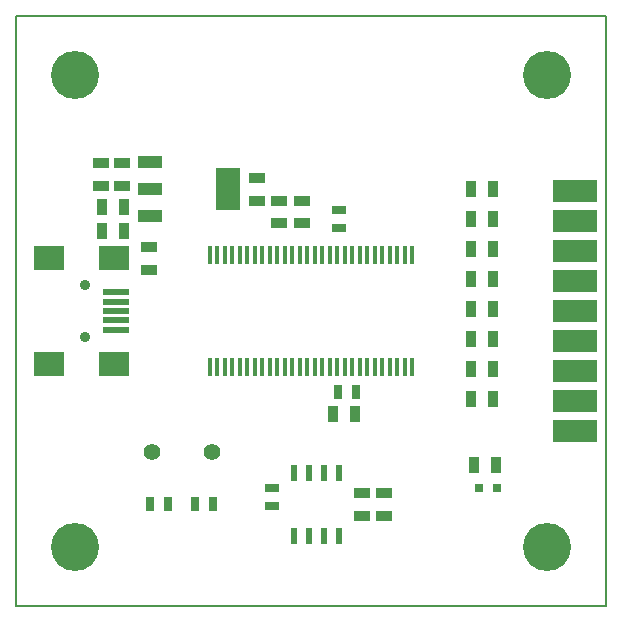
<source format=gts>
G04 (created by PCBNEW (2013-mar-13)-testing) date Thu 04 Apr 2013 06:24:57 PM CEST*
%MOIN*%
G04 Gerber Fmt 3.4, Leading zero omitted, Abs format*
%FSLAX34Y34*%
G01*
G70*
G90*
G04 APERTURE LIST*
%ADD10C,0.006*%
%ADD11C,0.00590551*%
%ADD12R,0.0906X0.0197*%
%ADD13R,0.0984X0.0787*%
%ADD14C,0.0354*%
%ADD15R,0.015X0.06*%
%ADD16R,0.08X0.144*%
%ADD17R,0.08X0.04*%
%ADD18R,0.0236X0.0551*%
%ADD19R,0.035X0.055*%
%ADD20R,0.055X0.035*%
%ADD21R,0.025X0.045*%
%ADD22R,0.045X0.025*%
%ADD23R,0.0314X0.0314*%
%ADD24C,0.056*%
%ADD25C,0.16*%
%ADD26R,0.149606X0.0755905*%
G04 APERTURE END LIST*
G54D10*
G54D11*
X64960Y-49212D02*
X64960Y-68897D01*
X84645Y-49212D02*
X64960Y-49212D01*
X84645Y-68897D02*
X84645Y-49212D01*
X64960Y-68897D02*
X84645Y-68897D01*
G54D12*
X68287Y-58425D03*
X68287Y-58740D03*
X68287Y-59055D03*
X68287Y-59370D03*
X68287Y-59685D03*
G54D13*
X68248Y-57303D03*
X66083Y-57303D03*
X68248Y-60807D03*
X66083Y-60807D03*
G54D14*
X67264Y-58189D03*
X67264Y-59921D03*
G54D15*
X71428Y-60930D03*
X71678Y-60930D03*
X71928Y-60930D03*
X72178Y-60930D03*
X72428Y-60930D03*
X72678Y-60930D03*
X72928Y-60930D03*
X73178Y-60930D03*
X73428Y-60930D03*
X73678Y-60930D03*
X73928Y-60930D03*
X74178Y-60930D03*
X74428Y-60930D03*
X74678Y-60930D03*
X74928Y-60930D03*
X75178Y-60930D03*
X75428Y-60930D03*
X75678Y-60930D03*
X75928Y-60930D03*
X76178Y-60930D03*
X76428Y-60930D03*
X76678Y-60930D03*
X76928Y-60930D03*
X77178Y-60930D03*
X77428Y-60930D03*
X77678Y-60930D03*
X77928Y-60930D03*
X78178Y-60930D03*
X74928Y-57180D03*
X75178Y-57180D03*
X75428Y-57180D03*
X75678Y-57180D03*
X74678Y-57180D03*
X74428Y-57180D03*
X74178Y-57180D03*
X73928Y-57180D03*
X73678Y-57180D03*
X73428Y-57180D03*
X73178Y-57180D03*
X72928Y-57180D03*
X72678Y-57180D03*
X72428Y-57180D03*
X72178Y-57180D03*
X75928Y-57180D03*
X76178Y-57180D03*
X76428Y-57180D03*
X76678Y-57180D03*
X76928Y-57180D03*
X77178Y-57180D03*
X77428Y-57180D03*
X77678Y-57180D03*
X77928Y-57180D03*
X78178Y-57180D03*
X71928Y-57180D03*
X71678Y-57180D03*
X71428Y-57180D03*
G54D16*
X72050Y-55000D03*
G54D17*
X69450Y-55000D03*
X69450Y-55900D03*
X69450Y-54100D03*
G54D18*
X74250Y-64450D03*
X74250Y-66550D03*
X74750Y-64450D03*
X75250Y-64450D03*
X75750Y-64450D03*
X74750Y-66550D03*
X75250Y-66550D03*
X75750Y-66550D03*
G54D19*
X80125Y-55000D03*
X80875Y-55000D03*
X80125Y-62000D03*
X80875Y-62000D03*
X80125Y-61000D03*
X80875Y-61000D03*
X80125Y-60000D03*
X80875Y-60000D03*
X80125Y-59000D03*
X80875Y-59000D03*
X80125Y-58000D03*
X80875Y-58000D03*
X80125Y-57000D03*
X80875Y-57000D03*
X80125Y-56000D03*
X80875Y-56000D03*
X80975Y-64200D03*
X80225Y-64200D03*
G54D20*
X67800Y-54875D03*
X67800Y-54125D03*
X73000Y-54625D03*
X73000Y-55375D03*
X73750Y-55375D03*
X73750Y-56125D03*
X74500Y-55375D03*
X74500Y-56125D03*
X77250Y-65875D03*
X77250Y-65125D03*
X76500Y-65875D03*
X76500Y-65125D03*
G54D19*
X75525Y-62500D03*
X76275Y-62500D03*
G54D20*
X69400Y-57675D03*
X69400Y-56925D03*
G54D19*
X68575Y-56400D03*
X67825Y-56400D03*
G54D20*
X68500Y-54875D03*
X68500Y-54125D03*
G54D19*
X68575Y-55600D03*
X67825Y-55600D03*
G54D21*
X75700Y-61750D03*
X76300Y-61750D03*
G54D22*
X75750Y-56300D03*
X75750Y-55700D03*
X73500Y-64950D03*
X73500Y-65550D03*
G54D21*
X69450Y-65500D03*
X70050Y-65500D03*
X70950Y-65500D03*
X71550Y-65500D03*
G54D23*
X80413Y-64960D03*
X81003Y-64960D03*
G54D24*
X69500Y-63750D03*
X71500Y-63750D03*
G54D25*
X66929Y-51181D03*
X82677Y-51181D03*
X82677Y-66929D03*
X66929Y-66929D03*
G54D26*
X83600Y-63055D03*
X83600Y-62055D03*
X83600Y-61055D03*
X83600Y-60055D03*
X83600Y-59055D03*
X83600Y-58055D03*
X83600Y-57055D03*
X83600Y-56055D03*
X83600Y-55055D03*
M02*

</source>
